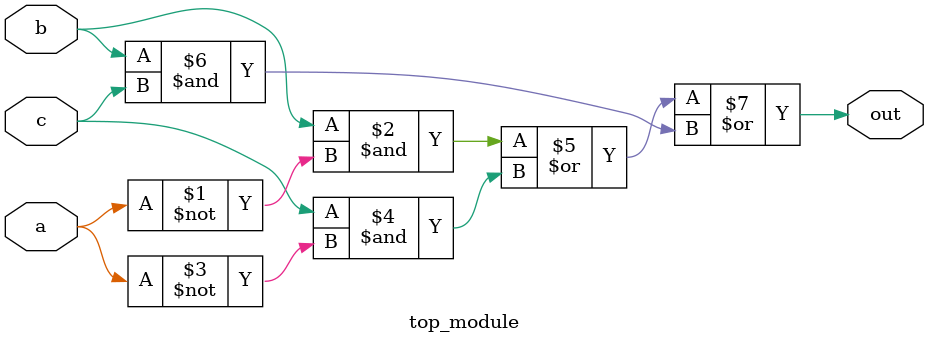
<source format=sv>
module top_module(
    input a, 
    input b,
    input c,
    output out
);
    assign out = (b & ~a) | (c & ~a) | (b & c);
endmodule

</source>
